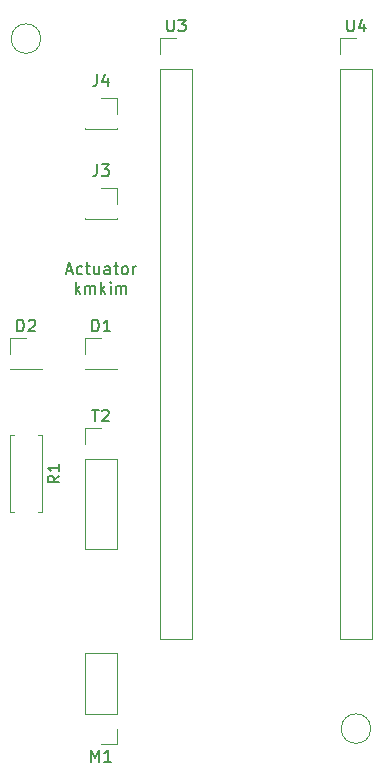
<source format=gbr>
%TF.GenerationSoftware,KiCad,Pcbnew,5.1.10-88a1d61d58~90~ubuntu20.04.1*%
%TF.CreationDate,2021-11-29T14:26:43+09:00*%
%TF.ProjectId,auto-headlight-control-system,6175746f-2d68-4656-9164-6c696768742d,rev?*%
%TF.SameCoordinates,Original*%
%TF.FileFunction,Legend,Top*%
%TF.FilePolarity,Positive*%
%FSLAX46Y46*%
G04 Gerber Fmt 4.6, Leading zero omitted, Abs format (unit mm)*
G04 Created by KiCad (PCBNEW 5.1.10-88a1d61d58~90~ubuntu20.04.1) date 2021-11-29 14:26:43*
%MOMM*%
%LPD*%
G01*
G04 APERTURE LIST*
%ADD10C,0.150000*%
%ADD11C,0.120000*%
G04 APERTURE END LIST*
D10*
X141875238Y-57761666D02*
X142351428Y-57761666D01*
X141780000Y-58047380D02*
X142113333Y-57047380D01*
X142446666Y-58047380D01*
X143208571Y-57999761D02*
X143113333Y-58047380D01*
X142922857Y-58047380D01*
X142827619Y-57999761D01*
X142780000Y-57952142D01*
X142732380Y-57856904D01*
X142732380Y-57571190D01*
X142780000Y-57475952D01*
X142827619Y-57428333D01*
X142922857Y-57380714D01*
X143113333Y-57380714D01*
X143208571Y-57428333D01*
X143494285Y-57380714D02*
X143875238Y-57380714D01*
X143637142Y-57047380D02*
X143637142Y-57904523D01*
X143684761Y-57999761D01*
X143780000Y-58047380D01*
X143875238Y-58047380D01*
X144637142Y-57380714D02*
X144637142Y-58047380D01*
X144208571Y-57380714D02*
X144208571Y-57904523D01*
X144256190Y-57999761D01*
X144351428Y-58047380D01*
X144494285Y-58047380D01*
X144589523Y-57999761D01*
X144637142Y-57952142D01*
X145541904Y-58047380D02*
X145541904Y-57523571D01*
X145494285Y-57428333D01*
X145399047Y-57380714D01*
X145208571Y-57380714D01*
X145113333Y-57428333D01*
X145541904Y-57999761D02*
X145446666Y-58047380D01*
X145208571Y-58047380D01*
X145113333Y-57999761D01*
X145065714Y-57904523D01*
X145065714Y-57809285D01*
X145113333Y-57714047D01*
X145208571Y-57666428D01*
X145446666Y-57666428D01*
X145541904Y-57618809D01*
X145875238Y-57380714D02*
X146256190Y-57380714D01*
X146018095Y-57047380D02*
X146018095Y-57904523D01*
X146065714Y-57999761D01*
X146160952Y-58047380D01*
X146256190Y-58047380D01*
X146732380Y-58047380D02*
X146637142Y-57999761D01*
X146589523Y-57952142D01*
X146541904Y-57856904D01*
X146541904Y-57571190D01*
X146589523Y-57475952D01*
X146637142Y-57428333D01*
X146732380Y-57380714D01*
X146875238Y-57380714D01*
X146970476Y-57428333D01*
X147018095Y-57475952D01*
X147065714Y-57571190D01*
X147065714Y-57856904D01*
X147018095Y-57952142D01*
X146970476Y-57999761D01*
X146875238Y-58047380D01*
X146732380Y-58047380D01*
X147494285Y-58047380D02*
X147494285Y-57380714D01*
X147494285Y-57571190D02*
X147541904Y-57475952D01*
X147589523Y-57428333D01*
X147684761Y-57380714D01*
X147780000Y-57380714D01*
X142637142Y-59697380D02*
X142637142Y-58697380D01*
X142732380Y-59316428D02*
X143018095Y-59697380D01*
X143018095Y-59030714D02*
X142637142Y-59411666D01*
X143446666Y-59697380D02*
X143446666Y-59030714D01*
X143446666Y-59125952D02*
X143494285Y-59078333D01*
X143589523Y-59030714D01*
X143732380Y-59030714D01*
X143827619Y-59078333D01*
X143875238Y-59173571D01*
X143875238Y-59697380D01*
X143875238Y-59173571D02*
X143922857Y-59078333D01*
X144018095Y-59030714D01*
X144160952Y-59030714D01*
X144256190Y-59078333D01*
X144303809Y-59173571D01*
X144303809Y-59697380D01*
X144780000Y-59697380D02*
X144780000Y-58697380D01*
X144875238Y-59316428D02*
X145160952Y-59697380D01*
X145160952Y-59030714D02*
X144780000Y-59411666D01*
X145589523Y-59697380D02*
X145589523Y-59030714D01*
X145589523Y-58697380D02*
X145541904Y-58745000D01*
X145589523Y-58792619D01*
X145637142Y-58745000D01*
X145589523Y-58697380D01*
X145589523Y-58792619D01*
X146065714Y-59697380D02*
X146065714Y-59030714D01*
X146065714Y-59125952D02*
X146113333Y-59078333D01*
X146208571Y-59030714D01*
X146351428Y-59030714D01*
X146446666Y-59078333D01*
X146494285Y-59173571D01*
X146494285Y-59697380D01*
X146494285Y-59173571D02*
X146541904Y-59078333D01*
X146637142Y-59030714D01*
X146780000Y-59030714D01*
X146875238Y-59078333D01*
X146922857Y-59173571D01*
X146922857Y-59697380D01*
D11*
%TO.C,D2*%
X137100000Y-63440000D02*
X138430000Y-63440000D01*
X137100000Y-64770000D02*
X137100000Y-63440000D01*
X137100000Y-66040000D02*
X139760000Y-66040000D01*
X139760000Y-66040000D02*
X139760000Y-66100000D01*
X137100000Y-66040000D02*
X137100000Y-66100000D01*
X137100000Y-66100000D02*
X139760000Y-66100000D01*
%TO.C, *%
X167621000Y-96520000D02*
G75*
G03*
X167621000Y-96520000I-1251000J0D01*
G01*
%TO.C,U3*%
X149800000Y-88960000D02*
X152460000Y-88960000D01*
X149800000Y-40640000D02*
X149800000Y-88960000D01*
X152460000Y-40640000D02*
X152460000Y-88960000D01*
X149800000Y-40640000D02*
X152460000Y-40640000D01*
X149800000Y-39370000D02*
X149800000Y-38040000D01*
X149800000Y-38040000D02*
X151130000Y-38040000D01*
%TO.C,J4*%
X144780000Y-43120000D02*
X146110000Y-43120000D01*
X146110000Y-43120000D02*
X146110000Y-44450000D01*
X146110000Y-45660000D02*
X146110000Y-45780000D01*
X143450000Y-45660000D02*
X143450000Y-45780000D01*
X143450000Y-45780000D02*
X146110000Y-45780000D01*
%TO.C,R1*%
X139470000Y-71660000D02*
X139800000Y-71660000D01*
X139800000Y-71660000D02*
X139800000Y-78200000D01*
X139800000Y-78200000D02*
X139470000Y-78200000D01*
X137390000Y-71660000D02*
X137060000Y-71660000D01*
X137060000Y-71660000D02*
X137060000Y-78200000D01*
X137060000Y-78200000D02*
X137390000Y-78200000D01*
%TO.C,U4*%
X165040000Y-38040000D02*
X166370000Y-38040000D01*
X165040000Y-39370000D02*
X165040000Y-38040000D01*
X165040000Y-40640000D02*
X167700000Y-40640000D01*
X167700000Y-40640000D02*
X167700000Y-88960000D01*
X165040000Y-40640000D02*
X165040000Y-88960000D01*
X165040000Y-88960000D02*
X167700000Y-88960000D01*
%TO.C,J3*%
X143450000Y-53400000D02*
X146110000Y-53400000D01*
X143450000Y-53280000D02*
X143450000Y-53400000D01*
X146110000Y-53280000D02*
X146110000Y-53400000D01*
X146110000Y-50740000D02*
X146110000Y-52070000D01*
X144780000Y-50740000D02*
X146110000Y-50740000D01*
%TO.C,T2*%
X143450000Y-81340000D02*
X146110000Y-81340000D01*
X143450000Y-73660000D02*
X143450000Y-81340000D01*
X146110000Y-73660000D02*
X146110000Y-81340000D01*
X143450000Y-73660000D02*
X146110000Y-73660000D01*
X143450000Y-72390000D02*
X143450000Y-71060000D01*
X143450000Y-71060000D02*
X144780000Y-71060000D01*
%TO.C,M1*%
X146110000Y-90110000D02*
X143450000Y-90110000D01*
X146110000Y-95250000D02*
X146110000Y-90110000D01*
X143450000Y-95250000D02*
X143450000Y-90110000D01*
X146110000Y-95250000D02*
X143450000Y-95250000D01*
X146110000Y-96520000D02*
X146110000Y-97850000D01*
X146110000Y-97850000D02*
X144780000Y-97850000D01*
%TO.C,D1*%
X143450000Y-66100000D02*
X146110000Y-66100000D01*
X143450000Y-66040000D02*
X143450000Y-66100000D01*
X146110000Y-66040000D02*
X146110000Y-66100000D01*
X143450000Y-66040000D02*
X146110000Y-66040000D01*
X143450000Y-64770000D02*
X143450000Y-63440000D01*
X143450000Y-63440000D02*
X144780000Y-63440000D01*
%TO.C, *%
X139681000Y-38100000D02*
G75*
G03*
X139681000Y-38100000I-1251000J0D01*
G01*
%TO.C,D2*%
D10*
X137691904Y-62892380D02*
X137691904Y-61892380D01*
X137930000Y-61892380D01*
X138072857Y-61940000D01*
X138168095Y-62035238D01*
X138215714Y-62130476D01*
X138263333Y-62320952D01*
X138263333Y-62463809D01*
X138215714Y-62654285D01*
X138168095Y-62749523D01*
X138072857Y-62844761D01*
X137930000Y-62892380D01*
X137691904Y-62892380D01*
X138644285Y-61987619D02*
X138691904Y-61940000D01*
X138787142Y-61892380D01*
X139025238Y-61892380D01*
X139120476Y-61940000D01*
X139168095Y-61987619D01*
X139215714Y-62082857D01*
X139215714Y-62178095D01*
X139168095Y-62320952D01*
X138596666Y-62892380D01*
X139215714Y-62892380D01*
%TO.C, *%
%TO.C,U3*%
X150368095Y-36492380D02*
X150368095Y-37301904D01*
X150415714Y-37397142D01*
X150463333Y-37444761D01*
X150558571Y-37492380D01*
X150749047Y-37492380D01*
X150844285Y-37444761D01*
X150891904Y-37397142D01*
X150939523Y-37301904D01*
X150939523Y-36492380D01*
X151320476Y-36492380D02*
X151939523Y-36492380D01*
X151606190Y-36873333D01*
X151749047Y-36873333D01*
X151844285Y-36920952D01*
X151891904Y-36968571D01*
X151939523Y-37063809D01*
X151939523Y-37301904D01*
X151891904Y-37397142D01*
X151844285Y-37444761D01*
X151749047Y-37492380D01*
X151463333Y-37492380D01*
X151368095Y-37444761D01*
X151320476Y-37397142D01*
%TO.C,J4*%
X144446666Y-41132380D02*
X144446666Y-41846666D01*
X144399047Y-41989523D01*
X144303809Y-42084761D01*
X144160952Y-42132380D01*
X144065714Y-42132380D01*
X145351428Y-41465714D02*
X145351428Y-42132380D01*
X145113333Y-41084761D02*
X144875238Y-41799047D01*
X145494285Y-41799047D01*
%TO.C,R1*%
X141252380Y-75096666D02*
X140776190Y-75430000D01*
X141252380Y-75668095D02*
X140252380Y-75668095D01*
X140252380Y-75287142D01*
X140300000Y-75191904D01*
X140347619Y-75144285D01*
X140442857Y-75096666D01*
X140585714Y-75096666D01*
X140680952Y-75144285D01*
X140728571Y-75191904D01*
X140776190Y-75287142D01*
X140776190Y-75668095D01*
X141252380Y-74144285D02*
X141252380Y-74715714D01*
X141252380Y-74430000D02*
X140252380Y-74430000D01*
X140395238Y-74525238D01*
X140490476Y-74620476D01*
X140538095Y-74715714D01*
%TO.C,U4*%
X165608095Y-36492380D02*
X165608095Y-37301904D01*
X165655714Y-37397142D01*
X165703333Y-37444761D01*
X165798571Y-37492380D01*
X165989047Y-37492380D01*
X166084285Y-37444761D01*
X166131904Y-37397142D01*
X166179523Y-37301904D01*
X166179523Y-36492380D01*
X167084285Y-36825714D02*
X167084285Y-37492380D01*
X166846190Y-36444761D02*
X166608095Y-37159047D01*
X167227142Y-37159047D01*
%TO.C,J3*%
X144446666Y-48752380D02*
X144446666Y-49466666D01*
X144399047Y-49609523D01*
X144303809Y-49704761D01*
X144160952Y-49752380D01*
X144065714Y-49752380D01*
X144827619Y-48752380D02*
X145446666Y-48752380D01*
X145113333Y-49133333D01*
X145256190Y-49133333D01*
X145351428Y-49180952D01*
X145399047Y-49228571D01*
X145446666Y-49323809D01*
X145446666Y-49561904D01*
X145399047Y-49657142D01*
X145351428Y-49704761D01*
X145256190Y-49752380D01*
X144970476Y-49752380D01*
X144875238Y-49704761D01*
X144827619Y-49657142D01*
%TO.C,T2*%
X144018095Y-69512380D02*
X144589523Y-69512380D01*
X144303809Y-70512380D02*
X144303809Y-69512380D01*
X144875238Y-69607619D02*
X144922857Y-69560000D01*
X145018095Y-69512380D01*
X145256190Y-69512380D01*
X145351428Y-69560000D01*
X145399047Y-69607619D01*
X145446666Y-69702857D01*
X145446666Y-69798095D01*
X145399047Y-69940952D01*
X144827619Y-70512380D01*
X145446666Y-70512380D01*
%TO.C,M1*%
X143970476Y-99302380D02*
X143970476Y-98302380D01*
X144303809Y-99016666D01*
X144637142Y-98302380D01*
X144637142Y-99302380D01*
X145637142Y-99302380D02*
X145065714Y-99302380D01*
X145351428Y-99302380D02*
X145351428Y-98302380D01*
X145256190Y-98445238D01*
X145160952Y-98540476D01*
X145065714Y-98588095D01*
%TO.C,D1*%
X144041904Y-62892380D02*
X144041904Y-61892380D01*
X144280000Y-61892380D01*
X144422857Y-61940000D01*
X144518095Y-62035238D01*
X144565714Y-62130476D01*
X144613333Y-62320952D01*
X144613333Y-62463809D01*
X144565714Y-62654285D01*
X144518095Y-62749523D01*
X144422857Y-62844761D01*
X144280000Y-62892380D01*
X144041904Y-62892380D01*
X145565714Y-62892380D02*
X144994285Y-62892380D01*
X145280000Y-62892380D02*
X145280000Y-61892380D01*
X145184761Y-62035238D01*
X145089523Y-62130476D01*
X144994285Y-62178095D01*
%TO.C, *%
%TD*%
M02*

</source>
